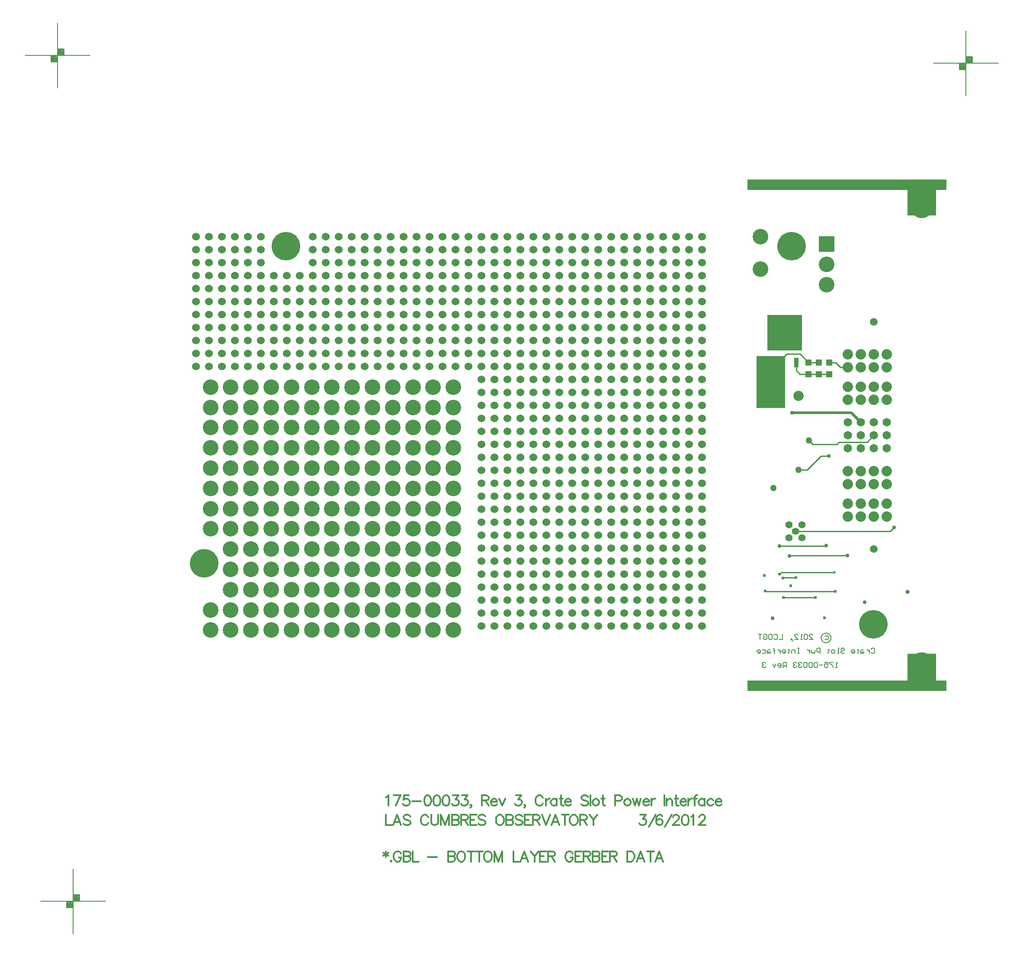
<source format=gbl>
%FSLAX23Y23*%
%MOIN*%
G70*
G01*
G75*
G04 Layer_Physical_Order=4*
G04 Layer_Color=16711680*
%ADD10R,0.036X0.036*%
%ADD11R,0.050X0.050*%
%ADD12R,0.070X0.135*%
%ADD13R,0.059X0.039*%
%ADD14O,0.014X0.067*%
%ADD15R,0.135X0.070*%
%ADD16O,0.024X0.079*%
%ADD17C,0.010*%
%ADD18C,0.020*%
%ADD19C,0.050*%
%ADD20C,0.040*%
%ADD21C,0.012*%
%ADD22R,1.537X0.079*%
%ADD23R,0.221X0.226*%
%ADD24R,0.221X0.236*%
%ADD25C,0.008*%
%ADD26C,0.012*%
%ADD27C,0.012*%
%ADD28C,0.220*%
%ADD29C,0.120*%
%ADD30C,0.060*%
%ADD31R,0.120X0.120*%
%ADD32C,0.055*%
%ADD33C,0.080*%
%ADD34C,0.065*%
%ADD35C,0.059*%
%ADD36C,0.079*%
%ADD37C,0.157*%
%ADD38C,0.020*%
%ADD39C,0.030*%
%ADD40C,0.050*%
%ADD41C,0.024*%
%ADD42C,0.032*%
%ADD43C,0.206*%
%ADD44C,0.110*%
%ADD45C,0.076*%
%ADD46C,0.073*%
%ADD47C,0.092*%
%ADD48C,0.190*%
%ADD49C,0.087*%
%ADD50C,0.055*%
%ADD51C,0.068*%
%ADD52R,0.268X0.272*%
%ADD53R,0.037X0.075*%
%ADD54C,0.007*%
%ADD55R,0.221X0.246*%
%ADD56R,0.221X0.217*%
G36*
X25105Y17503D02*
X25109Y17499D01*
X25108Y17498D01*
X24886D01*
Y17898D01*
X25105D01*
Y17503D01*
D02*
G37*
D11*
X25446Y17760D02*
D03*
Y17850D02*
D03*
X25286D02*
D03*
Y17760D02*
D03*
X25366Y17850D02*
D03*
Y17760D02*
D03*
D17*
X25063Y16435D02*
X25420D01*
X25424Y16439D01*
X25063Y16217D02*
X25079Y16233D01*
X25487D01*
X25505Y17219D02*
X25521Y17235D01*
X25320Y17219D02*
X25505D01*
X25291Y17248D02*
X25320Y17219D01*
X25089Y16190D02*
X25090Y16191D01*
X25191D01*
X25094Y16037D02*
X25339D01*
X25093Y16038D02*
X25094Y16037D01*
X24955Y16085D02*
X25492D01*
X24953Y16087D02*
X24955Y16085D01*
X25916Y16550D02*
X25945Y16579D01*
X25186Y16550D02*
X25916D01*
X25211Y17022D02*
X25276D01*
X25382Y17128D01*
X25443D01*
X25143Y16361D02*
X25585D01*
X25141Y16359D02*
X25143Y16361D01*
X25521Y17235D02*
X25738D01*
X25790Y17288D01*
X25192Y17788D02*
X25221Y17760D01*
X25192Y17788D02*
Y17848D01*
X25221Y17760D02*
X25286D01*
X25366D01*
X25446D01*
X25533Y17813D02*
X25590D01*
X25495Y17850D02*
X25533Y17813D01*
X25446Y17850D02*
X25495D01*
X25286D02*
X25366D01*
X25222Y17914D02*
X25286Y17850D01*
X25118Y17914D02*
X25222D01*
X25083Y17879D02*
X25118Y17914D01*
D18*
X25158Y17463D02*
X25615D01*
X25690Y17388D01*
D21*
X22029Y14083D02*
Y14037D01*
X22010Y14072D02*
X22048Y14049D01*
Y14072D02*
X22010Y14049D01*
X22069Y14011D02*
X22065Y14007D01*
X22069Y14003D01*
X22072Y14007D01*
X22069Y14011D01*
X22147Y14064D02*
X22143Y14072D01*
X22136Y14079D01*
X22128Y14083D01*
X22113D01*
X22105Y14079D01*
X22098Y14072D01*
X22094Y14064D01*
X22090Y14053D01*
Y14034D01*
X22094Y14022D01*
X22098Y14015D01*
X22105Y14007D01*
X22113Y14003D01*
X22128D01*
X22136Y14007D01*
X22143Y14015D01*
X22147Y14022D01*
Y14034D01*
X22128D02*
X22147D01*
X22165Y14083D02*
Y14003D01*
Y14083D02*
X22200D01*
X22211Y14079D01*
X22215Y14075D01*
X22219Y14068D01*
Y14060D01*
X22215Y14053D01*
X22211Y14049D01*
X22200Y14045D01*
X22165D02*
X22200D01*
X22211Y14041D01*
X22215Y14037D01*
X22219Y14030D01*
Y14018D01*
X22215Y14011D01*
X22211Y14007D01*
X22200Y14003D01*
X22165D01*
X22237Y14083D02*
Y14003D01*
X22282D01*
X22354Y14037D02*
X22422D01*
X22509Y14083D02*
Y14003D01*
Y14083D02*
X22543D01*
X22555Y14079D01*
X22558Y14075D01*
X22562Y14068D01*
Y14060D01*
X22558Y14053D01*
X22555Y14049D01*
X22543Y14045D01*
X22509D02*
X22543D01*
X22555Y14041D01*
X22558Y14037D01*
X22562Y14030D01*
Y14018D01*
X22558Y14011D01*
X22555Y14007D01*
X22543Y14003D01*
X22509D01*
X22603Y14083D02*
X22595Y14079D01*
X22588Y14072D01*
X22584Y14064D01*
X22580Y14053D01*
Y14034D01*
X22584Y14022D01*
X22588Y14015D01*
X22595Y14007D01*
X22603Y14003D01*
X22618D01*
X22626Y14007D01*
X22633Y14015D01*
X22637Y14022D01*
X22641Y14034D01*
Y14053D01*
X22637Y14064D01*
X22633Y14072D01*
X22626Y14079D01*
X22618Y14083D01*
X22603D01*
X22686D02*
Y14003D01*
X22660Y14083D02*
X22713D01*
X22749D02*
Y14003D01*
X22723Y14083D02*
X22776D01*
X22808D02*
X22801Y14079D01*
X22793Y14072D01*
X22789Y14064D01*
X22785Y14053D01*
Y14034D01*
X22789Y14022D01*
X22793Y14015D01*
X22801Y14007D01*
X22808Y14003D01*
X22823D01*
X22831Y14007D01*
X22839Y14015D01*
X22843Y14022D01*
X22846Y14034D01*
Y14053D01*
X22843Y14064D01*
X22839Y14072D01*
X22831Y14079D01*
X22823Y14083D01*
X22808D01*
X22865D02*
Y14003D01*
Y14083D02*
X22895Y14003D01*
X22926Y14083D02*
X22895Y14003D01*
X22926Y14083D02*
Y14003D01*
X23012Y14083D02*
Y14003D01*
X23057D01*
X23127D02*
X23097Y14083D01*
X23066Y14003D01*
X23078Y14030D02*
X23116D01*
X23146Y14083D02*
X23176Y14045D01*
Y14003D01*
X23207Y14083D02*
X23176Y14045D01*
X23266Y14083D02*
X23217D01*
Y14003D01*
X23266D01*
X23217Y14045D02*
X23247D01*
X23280Y14083D02*
Y14003D01*
Y14083D02*
X23314D01*
X23325Y14079D01*
X23329Y14075D01*
X23333Y14068D01*
Y14060D01*
X23329Y14053D01*
X23325Y14049D01*
X23314Y14045D01*
X23280D01*
X23306D02*
X23333Y14003D01*
X23471Y14064D02*
X23467Y14072D01*
X23460Y14079D01*
X23452Y14083D01*
X23437D01*
X23429Y14079D01*
X23421Y14072D01*
X23418Y14064D01*
X23414Y14053D01*
Y14034D01*
X23418Y14022D01*
X23421Y14015D01*
X23429Y14007D01*
X23437Y14003D01*
X23452D01*
X23460Y14007D01*
X23467Y14015D01*
X23471Y14022D01*
Y14034D01*
X23452D02*
X23471D01*
X23539Y14083D02*
X23489D01*
Y14003D01*
X23539D01*
X23489Y14045D02*
X23520D01*
X23552Y14083D02*
Y14003D01*
Y14083D02*
X23586D01*
X23598Y14079D01*
X23602Y14075D01*
X23605Y14068D01*
Y14060D01*
X23602Y14053D01*
X23598Y14049D01*
X23586Y14045D01*
X23552D01*
X23579D02*
X23605Y14003D01*
X23623Y14083D02*
Y14003D01*
Y14083D02*
X23658D01*
X23669Y14079D01*
X23673Y14075D01*
X23677Y14068D01*
Y14060D01*
X23673Y14053D01*
X23669Y14049D01*
X23658Y14045D01*
X23623D02*
X23658D01*
X23669Y14041D01*
X23673Y14037D01*
X23677Y14030D01*
Y14018D01*
X23673Y14011D01*
X23669Y14007D01*
X23658Y14003D01*
X23623D01*
X23744Y14083D02*
X23695D01*
Y14003D01*
X23744D01*
X23695Y14045D02*
X23725D01*
X23757Y14083D02*
Y14003D01*
Y14083D02*
X23792D01*
X23803Y14079D01*
X23807Y14075D01*
X23811Y14068D01*
Y14060D01*
X23807Y14053D01*
X23803Y14049D01*
X23792Y14045D01*
X23757D01*
X23784D02*
X23811Y14003D01*
X23891Y14083D02*
Y14003D01*
Y14083D02*
X23918D01*
X23930Y14079D01*
X23937Y14072D01*
X23941Y14064D01*
X23945Y14053D01*
Y14034D01*
X23941Y14022D01*
X23937Y14015D01*
X23930Y14007D01*
X23918Y14003D01*
X23891D01*
X24024D02*
X23993Y14083D01*
X23963Y14003D01*
X23974Y14030D02*
X24012D01*
X24069Y14083D02*
Y14003D01*
X24042Y14083D02*
X24096D01*
X24166Y14003D02*
X24136Y14083D01*
X24105Y14003D01*
X24117Y14030D02*
X24155D01*
D22*
X25582Y15358D02*
D03*
X25582Y19218D02*
D03*
D25*
X25459Y15727D02*
X25458Y15737D01*
X25454Y15746D01*
X25448Y15754D01*
X25440Y15760D01*
X25431Y15763D01*
X25422Y15765D01*
X25412Y15763D01*
X25403Y15760D01*
X25395Y15754D01*
X25389Y15746D01*
X25385Y15737D01*
X25384Y15727D01*
X25385Y15717D01*
X25389Y15708D01*
X25395Y15700D01*
X25403Y15695D01*
X25412Y15691D01*
X25422Y15689D01*
X25431Y15691D01*
X25440Y15695D01*
X25448Y15700D01*
X25454Y15708D01*
X25458Y15717D01*
X25459Y15727D01*
X19518Y20239D02*
X19528D01*
Y20234D02*
Y20244D01*
X19518Y20234D02*
X19528D01*
X19518D02*
Y20244D01*
X19528D01*
X19533Y20229D02*
Y20244D01*
X19513Y20229D02*
X19533D01*
X19513D02*
Y20249D01*
X19533D01*
X19538Y20224D02*
Y20249D01*
X19508Y20224D02*
X19538D01*
X19508D02*
Y20254D01*
X19538D01*
X19543Y20219D02*
Y20259D01*
X19503Y20219D02*
X19543D01*
X19503D02*
Y20259D01*
X19543D01*
X19468Y20189D02*
X19478D01*
Y20184D02*
Y20194D01*
X19468Y20184D02*
X19478D01*
X19468D02*
Y20194D01*
X19478D01*
X19483Y20179D02*
Y20194D01*
X19463Y20179D02*
X19483D01*
X19463D02*
Y20199D01*
X19483D01*
X19488Y20174D02*
Y20199D01*
X19458Y20174D02*
X19488D01*
X19458D02*
Y20204D01*
X19488D01*
X19493Y20169D02*
Y20209D01*
X19453Y20169D02*
X19493D01*
X19453D02*
Y20209D01*
X19493D01*
X19448Y20164D02*
X19498D01*
X19448D02*
Y20214D01*
X19498Y20264D02*
X19548D01*
Y20214D02*
Y20264D01*
X19498Y19964D02*
Y20464D01*
X19248Y20214D02*
X19748D01*
X19641Y13723D02*
X19651D01*
Y13718D02*
Y13728D01*
X19641Y13718D02*
X19651D01*
X19641D02*
Y13728D01*
X19651D01*
X19656Y13713D02*
Y13728D01*
X19636Y13713D02*
X19656D01*
X19636D02*
Y13733D01*
X19656D01*
X19661Y13708D02*
Y13733D01*
X19631Y13708D02*
X19661D01*
X19631D02*
Y13738D01*
X19661D01*
X19666Y13703D02*
Y13743D01*
X19626Y13703D02*
X19666D01*
X19626D02*
Y13743D01*
X19666D01*
X19591Y13673D02*
X19601D01*
Y13668D02*
Y13678D01*
X19591Y13668D02*
X19601D01*
X19591D02*
Y13678D01*
X19601D01*
X19606Y13663D02*
Y13678D01*
X19586Y13663D02*
X19606D01*
X19586D02*
Y13683D01*
X19606D01*
X19611Y13658D02*
Y13683D01*
X19581Y13658D02*
X19611D01*
X19581D02*
Y13688D01*
X19611D01*
X19616Y13653D02*
Y13693D01*
X19576Y13653D02*
X19616D01*
X19576D02*
Y13693D01*
X19616D01*
X19571Y13648D02*
X19621D01*
X19571D02*
Y13698D01*
X19621Y13748D02*
X19671D01*
Y13698D02*
Y13748D01*
X19621Y13448D02*
Y13948D01*
X19371Y13698D02*
X19871D01*
X26519Y20181D02*
X26529D01*
Y20176D02*
Y20186D01*
X26519Y20176D02*
X26529D01*
X26519D02*
Y20186D01*
X26529D01*
X26534Y20171D02*
Y20186D01*
X26514Y20171D02*
X26534D01*
X26514D02*
Y20191D01*
X26534D01*
X26539Y20166D02*
Y20191D01*
X26509Y20166D02*
X26539D01*
X26509D02*
Y20196D01*
X26539D01*
X26544Y20161D02*
Y20201D01*
X26504Y20161D02*
X26544D01*
X26504D02*
Y20201D01*
X26544D01*
X26469Y20131D02*
X26479D01*
Y20126D02*
Y20136D01*
X26469Y20126D02*
X26479D01*
X26469D02*
Y20136D01*
X26479D01*
X26484Y20121D02*
Y20136D01*
X26464Y20121D02*
X26484D01*
X26464D02*
Y20141D01*
X26484D01*
X26489Y20116D02*
Y20141D01*
X26459Y20116D02*
X26489D01*
X26459D02*
Y20146D01*
X26489D01*
X26494Y20111D02*
Y20151D01*
X26454Y20111D02*
X26494D01*
X26454D02*
Y20151D01*
X26494D01*
X26449Y20106D02*
X26499D01*
X26449D02*
Y20156D01*
X26499Y20206D02*
X26549D01*
Y20156D02*
Y20206D01*
X26499Y19906D02*
Y20406D01*
X26249Y20156D02*
X26749D01*
D26*
X22031Y14364D02*
Y14284D01*
X22077D01*
X22147D02*
X22116Y14364D01*
X22086Y14284D01*
X22097Y14310D02*
X22135D01*
X22219Y14352D02*
X22211Y14360D01*
X22200Y14364D01*
X22184D01*
X22173Y14360D01*
X22165Y14352D01*
Y14345D01*
X22169Y14337D01*
X22173Y14333D01*
X22181Y14329D01*
X22204Y14322D01*
X22211Y14318D01*
X22215Y14314D01*
X22219Y14307D01*
Y14295D01*
X22211Y14287D01*
X22200Y14284D01*
X22184D01*
X22173Y14287D01*
X22165Y14295D01*
X22357Y14345D02*
X22353Y14352D01*
X22345Y14360D01*
X22338Y14364D01*
X22322D01*
X22315Y14360D01*
X22307Y14352D01*
X22303Y14345D01*
X22299Y14333D01*
Y14314D01*
X22303Y14303D01*
X22307Y14295D01*
X22315Y14287D01*
X22322Y14284D01*
X22338D01*
X22345Y14287D01*
X22353Y14295D01*
X22357Y14303D01*
X22379Y14364D02*
Y14307D01*
X22383Y14295D01*
X22391Y14287D01*
X22402Y14284D01*
X22410D01*
X22421Y14287D01*
X22429Y14295D01*
X22432Y14307D01*
Y14364D01*
X22454D02*
Y14284D01*
Y14364D02*
X22485Y14284D01*
X22515Y14364D02*
X22485Y14284D01*
X22515Y14364D02*
Y14284D01*
X22538Y14364D02*
Y14284D01*
Y14364D02*
X22573D01*
X22584Y14360D01*
X22588Y14356D01*
X22592Y14348D01*
Y14341D01*
X22588Y14333D01*
X22584Y14329D01*
X22573Y14326D01*
X22538D02*
X22573D01*
X22584Y14322D01*
X22588Y14318D01*
X22592Y14310D01*
Y14299D01*
X22588Y14291D01*
X22584Y14287D01*
X22573Y14284D01*
X22538D01*
X22610Y14364D02*
Y14284D01*
Y14364D02*
X22644D01*
X22655Y14360D01*
X22659Y14356D01*
X22663Y14348D01*
Y14341D01*
X22659Y14333D01*
X22655Y14329D01*
X22644Y14326D01*
X22610D01*
X22636D02*
X22663Y14284D01*
X22730Y14364D02*
X22681D01*
Y14284D01*
X22730D01*
X22681Y14326D02*
X22711D01*
X22797Y14352D02*
X22789Y14360D01*
X22778Y14364D01*
X22763D01*
X22751Y14360D01*
X22744Y14352D01*
Y14345D01*
X22747Y14337D01*
X22751Y14333D01*
X22759Y14329D01*
X22782Y14322D01*
X22789Y14318D01*
X22793Y14314D01*
X22797Y14307D01*
Y14295D01*
X22789Y14287D01*
X22778Y14284D01*
X22763D01*
X22751Y14287D01*
X22744Y14295D01*
X22900Y14364D02*
X22893Y14360D01*
X22885Y14352D01*
X22881Y14345D01*
X22878Y14333D01*
Y14314D01*
X22881Y14303D01*
X22885Y14295D01*
X22893Y14287D01*
X22900Y14284D01*
X22916D01*
X22923Y14287D01*
X22931Y14295D01*
X22935Y14303D01*
X22939Y14314D01*
Y14333D01*
X22935Y14345D01*
X22931Y14352D01*
X22923Y14360D01*
X22916Y14364D01*
X22900D01*
X22957D02*
Y14284D01*
Y14364D02*
X22992D01*
X23003Y14360D01*
X23007Y14356D01*
X23011Y14348D01*
Y14341D01*
X23007Y14333D01*
X23003Y14329D01*
X22992Y14326D01*
X22957D02*
X22992D01*
X23003Y14322D01*
X23007Y14318D01*
X23011Y14310D01*
Y14299D01*
X23007Y14291D01*
X23003Y14287D01*
X22992Y14284D01*
X22957D01*
X23082Y14352D02*
X23074Y14360D01*
X23063Y14364D01*
X23048D01*
X23036Y14360D01*
X23028Y14352D01*
Y14345D01*
X23032Y14337D01*
X23036Y14333D01*
X23044Y14329D01*
X23067Y14322D01*
X23074Y14318D01*
X23078Y14314D01*
X23082Y14307D01*
Y14295D01*
X23074Y14287D01*
X23063Y14284D01*
X23048D01*
X23036Y14287D01*
X23028Y14295D01*
X23149Y14364D02*
X23100D01*
Y14284D01*
X23149D01*
X23100Y14326D02*
X23130D01*
X23163Y14364D02*
Y14284D01*
Y14364D02*
X23197D01*
X23208Y14360D01*
X23212Y14356D01*
X23216Y14348D01*
Y14341D01*
X23212Y14333D01*
X23208Y14329D01*
X23197Y14326D01*
X23163D01*
X23189D02*
X23216Y14284D01*
X23234Y14364D02*
X23264Y14284D01*
X23295Y14364D02*
X23264Y14284D01*
X23366D02*
X23335Y14364D01*
X23305Y14284D01*
X23316Y14310D02*
X23354D01*
X23411Y14364D02*
Y14284D01*
X23385Y14364D02*
X23438D01*
X23470D02*
X23463Y14360D01*
X23455Y14352D01*
X23451Y14345D01*
X23447Y14333D01*
Y14314D01*
X23451Y14303D01*
X23455Y14295D01*
X23463Y14287D01*
X23470Y14284D01*
X23486D01*
X23493Y14287D01*
X23501Y14295D01*
X23505Y14303D01*
X23508Y14314D01*
Y14333D01*
X23505Y14345D01*
X23501Y14352D01*
X23493Y14360D01*
X23486Y14364D01*
X23470D01*
X23527D02*
Y14284D01*
Y14364D02*
X23561D01*
X23573Y14360D01*
X23577Y14356D01*
X23580Y14348D01*
Y14341D01*
X23577Y14333D01*
X23573Y14329D01*
X23561Y14326D01*
X23527D01*
X23554D02*
X23580Y14284D01*
X23598Y14364D02*
X23629Y14326D01*
Y14284D01*
X23659Y14364D02*
X23629Y14326D01*
X23991Y14364D02*
X24033D01*
X24010Y14333D01*
X24022D01*
X24029Y14329D01*
X24033Y14326D01*
X24037Y14314D01*
Y14307D01*
X24033Y14295D01*
X24026Y14287D01*
X24014Y14284D01*
X24003D01*
X23991Y14287D01*
X23987Y14291D01*
X23984Y14299D01*
X24055Y14272D02*
X24108Y14364D01*
X24159Y14352D02*
X24155Y14360D01*
X24144Y14364D01*
X24136D01*
X24125Y14360D01*
X24117Y14348D01*
X24114Y14329D01*
Y14310D01*
X24117Y14295D01*
X24125Y14287D01*
X24136Y14284D01*
X24140D01*
X24152Y14287D01*
X24159Y14295D01*
X24163Y14307D01*
Y14310D01*
X24159Y14322D01*
X24152Y14329D01*
X24140Y14333D01*
X24136D01*
X24125Y14329D01*
X24117Y14322D01*
X24114Y14310D01*
X24181Y14272D02*
X24234Y14364D01*
X24243Y14345D02*
Y14348D01*
X24247Y14356D01*
X24251Y14360D01*
X24258Y14364D01*
X24274D01*
X24281Y14360D01*
X24285Y14356D01*
X24289Y14348D01*
Y14341D01*
X24285Y14333D01*
X24277Y14322D01*
X24239Y14284D01*
X24293D01*
X24333Y14364D02*
X24322Y14360D01*
X24314Y14348D01*
X24310Y14329D01*
Y14318D01*
X24314Y14299D01*
X24322Y14287D01*
X24333Y14284D01*
X24341D01*
X24352Y14287D01*
X24360Y14299D01*
X24364Y14318D01*
Y14329D01*
X24360Y14348D01*
X24352Y14360D01*
X24341Y14364D01*
X24333D01*
X24382Y14348D02*
X24389Y14352D01*
X24401Y14364D01*
Y14284D01*
X24444Y14345D02*
Y14348D01*
X24448Y14356D01*
X24452Y14360D01*
X24459Y14364D01*
X24475D01*
X24482Y14360D01*
X24486Y14356D01*
X24490Y14348D01*
Y14341D01*
X24486Y14333D01*
X24478Y14322D01*
X24440Y14284D01*
X24494D01*
D27*
X22031Y14498D02*
X22039Y14502D01*
X22050Y14514D01*
Y14434D01*
X22143Y14514D02*
X22105Y14434D01*
X22090Y14514D02*
X22143D01*
X22207D02*
X22169D01*
X22165Y14479D01*
X22169Y14483D01*
X22180Y14487D01*
X22192D01*
X22203Y14483D01*
X22211Y14476D01*
X22215Y14464D01*
Y14457D01*
X22211Y14445D01*
X22203Y14438D01*
X22192Y14434D01*
X22180D01*
X22169Y14438D01*
X22165Y14441D01*
X22161Y14449D01*
X22232Y14468D02*
X22301D01*
X22347Y14514D02*
X22336Y14510D01*
X22328Y14498D01*
X22325Y14479D01*
Y14468D01*
X22328Y14449D01*
X22336Y14438D01*
X22347Y14434D01*
X22355D01*
X22367Y14438D01*
X22374Y14449D01*
X22378Y14468D01*
Y14479D01*
X22374Y14498D01*
X22367Y14510D01*
X22355Y14514D01*
X22347D01*
X22419D02*
X22407Y14510D01*
X22400Y14498D01*
X22396Y14479D01*
Y14468D01*
X22400Y14449D01*
X22407Y14438D01*
X22419Y14434D01*
X22426D01*
X22438Y14438D01*
X22445Y14449D01*
X22449Y14468D01*
Y14479D01*
X22445Y14498D01*
X22438Y14510D01*
X22426Y14514D01*
X22419D01*
X22490D02*
X22478Y14510D01*
X22471Y14498D01*
X22467Y14479D01*
Y14468D01*
X22471Y14449D01*
X22478Y14438D01*
X22490Y14434D01*
X22498D01*
X22509Y14438D01*
X22517Y14449D01*
X22520Y14468D01*
Y14479D01*
X22517Y14498D01*
X22509Y14510D01*
X22498Y14514D01*
X22490D01*
X22546D02*
X22588D01*
X22565Y14483D01*
X22576D01*
X22584Y14479D01*
X22588Y14476D01*
X22592Y14464D01*
Y14457D01*
X22588Y14445D01*
X22580Y14438D01*
X22569Y14434D01*
X22557D01*
X22546Y14438D01*
X22542Y14441D01*
X22538Y14449D01*
X22617Y14514D02*
X22659D01*
X22636Y14483D01*
X22648D01*
X22655Y14479D01*
X22659Y14476D01*
X22663Y14464D01*
Y14457D01*
X22659Y14445D01*
X22651Y14438D01*
X22640Y14434D01*
X22629D01*
X22617Y14438D01*
X22613Y14441D01*
X22610Y14449D01*
X22688Y14438D02*
X22685Y14434D01*
X22681Y14438D01*
X22685Y14441D01*
X22688Y14438D01*
Y14430D01*
X22685Y14422D01*
X22681Y14418D01*
X22769Y14514D02*
Y14434D01*
Y14514D02*
X22803D01*
X22814Y14510D01*
X22818Y14506D01*
X22822Y14498D01*
Y14491D01*
X22818Y14483D01*
X22814Y14479D01*
X22803Y14476D01*
X22769D01*
X22795D02*
X22822Y14434D01*
X22840Y14464D02*
X22886D01*
Y14472D01*
X22882Y14479D01*
X22878Y14483D01*
X22870Y14487D01*
X22859D01*
X22851Y14483D01*
X22844Y14476D01*
X22840Y14464D01*
Y14457D01*
X22844Y14445D01*
X22851Y14438D01*
X22859Y14434D01*
X22870D01*
X22878Y14438D01*
X22886Y14445D01*
X22903Y14487D02*
X22926Y14434D01*
X22948Y14487D02*
X22926Y14434D01*
X23032Y14514D02*
X23074D01*
X23051Y14483D01*
X23062D01*
X23070Y14479D01*
X23074Y14476D01*
X23078Y14464D01*
Y14457D01*
X23074Y14445D01*
X23066Y14438D01*
X23055Y14434D01*
X23043D01*
X23032Y14438D01*
X23028Y14441D01*
X23024Y14449D01*
X23103Y14438D02*
X23099Y14434D01*
X23095Y14438D01*
X23099Y14441D01*
X23103Y14438D01*
Y14430D01*
X23099Y14422D01*
X23095Y14418D01*
X23241Y14495D02*
X23237Y14502D01*
X23229Y14510D01*
X23222Y14514D01*
X23206D01*
X23199Y14510D01*
X23191Y14502D01*
X23187Y14495D01*
X23183Y14483D01*
Y14464D01*
X23187Y14453D01*
X23191Y14445D01*
X23199Y14438D01*
X23206Y14434D01*
X23222D01*
X23229Y14438D01*
X23237Y14445D01*
X23241Y14453D01*
X23263Y14487D02*
Y14434D01*
Y14464D02*
X23267Y14476D01*
X23275Y14483D01*
X23282Y14487D01*
X23294D01*
X23346D02*
Y14434D01*
Y14476D02*
X23339Y14483D01*
X23331Y14487D01*
X23320D01*
X23312Y14483D01*
X23305Y14476D01*
X23301Y14464D01*
Y14457D01*
X23305Y14445D01*
X23312Y14438D01*
X23320Y14434D01*
X23331D01*
X23339Y14438D01*
X23346Y14445D01*
X23379Y14514D02*
Y14449D01*
X23383Y14438D01*
X23391Y14434D01*
X23398D01*
X23368Y14487D02*
X23394D01*
X23410Y14464D02*
X23455D01*
Y14472D01*
X23452Y14479D01*
X23448Y14483D01*
X23440Y14487D01*
X23429D01*
X23421Y14483D01*
X23414Y14476D01*
X23410Y14464D01*
Y14457D01*
X23414Y14445D01*
X23421Y14438D01*
X23429Y14434D01*
X23440D01*
X23448Y14438D01*
X23455Y14445D01*
X23589Y14502D02*
X23581Y14510D01*
X23570Y14514D01*
X23554D01*
X23543Y14510D01*
X23535Y14502D01*
Y14495D01*
X23539Y14487D01*
X23543Y14483D01*
X23551Y14479D01*
X23573Y14472D01*
X23581Y14468D01*
X23585Y14464D01*
X23589Y14457D01*
Y14445D01*
X23581Y14438D01*
X23570Y14434D01*
X23554D01*
X23543Y14438D01*
X23535Y14445D01*
X23607Y14514D02*
Y14434D01*
X23642Y14487D02*
X23635Y14483D01*
X23627Y14476D01*
X23623Y14464D01*
Y14457D01*
X23627Y14445D01*
X23635Y14438D01*
X23642Y14434D01*
X23654D01*
X23661Y14438D01*
X23669Y14445D01*
X23673Y14457D01*
Y14464D01*
X23669Y14476D01*
X23661Y14483D01*
X23654Y14487D01*
X23642D01*
X23702Y14514D02*
Y14449D01*
X23706Y14438D01*
X23713Y14434D01*
X23721D01*
X23690Y14487D02*
X23717D01*
X23795Y14472D02*
X23829D01*
X23841Y14476D01*
X23845Y14479D01*
X23848Y14487D01*
Y14498D01*
X23845Y14506D01*
X23841Y14510D01*
X23829Y14514D01*
X23795D01*
Y14434D01*
X23885Y14487D02*
X23878Y14483D01*
X23870Y14476D01*
X23866Y14464D01*
Y14457D01*
X23870Y14445D01*
X23878Y14438D01*
X23885Y14434D01*
X23897D01*
X23904Y14438D01*
X23912Y14445D01*
X23916Y14457D01*
Y14464D01*
X23912Y14476D01*
X23904Y14483D01*
X23897Y14487D01*
X23885D01*
X23933D02*
X23949Y14434D01*
X23964Y14487D02*
X23949Y14434D01*
X23964Y14487D02*
X23979Y14434D01*
X23994Y14487D02*
X23979Y14434D01*
X24013Y14464D02*
X24059D01*
Y14472D01*
X24055Y14479D01*
X24051Y14483D01*
X24043Y14487D01*
X24032D01*
X24024Y14483D01*
X24017Y14476D01*
X24013Y14464D01*
Y14457D01*
X24017Y14445D01*
X24024Y14438D01*
X24032Y14434D01*
X24043D01*
X24051Y14438D01*
X24059Y14445D01*
X24076Y14487D02*
Y14434D01*
Y14464D02*
X24080Y14476D01*
X24087Y14483D01*
X24095Y14487D01*
X24106D01*
X24176Y14514D02*
Y14434D01*
X24193Y14487D02*
Y14434D01*
Y14472D02*
X24205Y14483D01*
X24212Y14487D01*
X24224D01*
X24231Y14483D01*
X24235Y14472D01*
Y14434D01*
X24267Y14514D02*
Y14449D01*
X24271Y14438D01*
X24279Y14434D01*
X24286D01*
X24256Y14487D02*
X24283D01*
X24298Y14464D02*
X24344D01*
Y14472D01*
X24340Y14479D01*
X24336Y14483D01*
X24328Y14487D01*
X24317D01*
X24309Y14483D01*
X24302Y14476D01*
X24298Y14464D01*
Y14457D01*
X24302Y14445D01*
X24309Y14438D01*
X24317Y14434D01*
X24328D01*
X24336Y14438D01*
X24344Y14445D01*
X24361Y14487D02*
Y14434D01*
Y14464D02*
X24365Y14476D01*
X24372Y14483D01*
X24380Y14487D01*
X24391D01*
X24429Y14514D02*
X24421D01*
X24414Y14510D01*
X24410Y14498D01*
Y14434D01*
X24398Y14487D02*
X24425D01*
X24486D02*
Y14434D01*
Y14476D02*
X24478Y14483D01*
X24471Y14487D01*
X24459D01*
X24452Y14483D01*
X24444Y14476D01*
X24440Y14464D01*
Y14457D01*
X24444Y14445D01*
X24452Y14438D01*
X24459Y14434D01*
X24471D01*
X24478Y14438D01*
X24486Y14445D01*
X24553Y14476D02*
X24545Y14483D01*
X24538Y14487D01*
X24526D01*
X24519Y14483D01*
X24511Y14476D01*
X24507Y14464D01*
Y14457D01*
X24511Y14445D01*
X24519Y14438D01*
X24526Y14434D01*
X24538D01*
X24545Y14438D01*
X24553Y14445D01*
X24570Y14464D02*
X24616D01*
Y14472D01*
X24612Y14479D01*
X24608Y14483D01*
X24601Y14487D01*
X24589D01*
X24582Y14483D01*
X24574Y14476D01*
X24570Y14464D01*
Y14457D01*
X24574Y14445D01*
X24582Y14438D01*
X24589Y14434D01*
X24601D01*
X24608Y14438D01*
X24616Y14445D01*
D28*
X25787Y15831D02*
D03*
X20630Y16303D02*
D03*
X25157Y18744D02*
D03*
X21260D02*
D03*
D29*
X22550Y15943D02*
D03*
X22394D02*
D03*
X22238D02*
D03*
X22082D02*
D03*
X21926D02*
D03*
X21770D02*
D03*
X22550Y16099D02*
D03*
X22394D02*
D03*
X22238D02*
D03*
X22082D02*
D03*
X21926D02*
D03*
X21770D02*
D03*
X21614Y16723D02*
D03*
X21458D02*
D03*
X21302D02*
D03*
X21146D02*
D03*
X20990D02*
D03*
X20834D02*
D03*
Y16567D02*
D03*
X20990D02*
D03*
X21146D02*
D03*
X21302D02*
D03*
X21458D02*
D03*
X21614D02*
D03*
X20834Y16411D02*
D03*
X20990D02*
D03*
X21146D02*
D03*
X21302D02*
D03*
X21458D02*
D03*
X21614D02*
D03*
X20834Y16255D02*
D03*
X20990D02*
D03*
X21146D02*
D03*
X21302D02*
D03*
X21458D02*
D03*
X21614D02*
D03*
X20834Y16099D02*
D03*
X20990D02*
D03*
X21146D02*
D03*
X21302D02*
D03*
X21458D02*
D03*
X21614D02*
D03*
X20834Y15943D02*
D03*
X20990D02*
D03*
X21146D02*
D03*
X21302D02*
D03*
X21458D02*
D03*
X21614D02*
D03*
Y17659D02*
D03*
X21458D02*
D03*
X21302D02*
D03*
X21146D02*
D03*
X20990D02*
D03*
X20834D02*
D03*
Y17503D02*
D03*
X20990D02*
D03*
X21146D02*
D03*
X21302D02*
D03*
X21458D02*
D03*
X21614D02*
D03*
X20834Y17347D02*
D03*
X20990D02*
D03*
X21146D02*
D03*
X21302D02*
D03*
X21458D02*
D03*
X21614D02*
D03*
X20834Y17191D02*
D03*
X20990D02*
D03*
X21146D02*
D03*
X21302D02*
D03*
X21458D02*
D03*
X21614D02*
D03*
X20834Y17035D02*
D03*
X20990D02*
D03*
X21146D02*
D03*
X21302D02*
D03*
X21458D02*
D03*
X21614D02*
D03*
X20834Y16879D02*
D03*
X20990D02*
D03*
X21146D02*
D03*
X21302D02*
D03*
X21458D02*
D03*
X21614D02*
D03*
X22550Y17035D02*
D03*
X22394D02*
D03*
X22238D02*
D03*
X22082D02*
D03*
X21926D02*
D03*
X21770D02*
D03*
Y16879D02*
D03*
X21926D02*
D03*
X22082D02*
D03*
X22238D02*
D03*
X22394D02*
D03*
X22550D02*
D03*
X21770Y16723D02*
D03*
X21926D02*
D03*
X22082D02*
D03*
X22238D02*
D03*
X22394D02*
D03*
X22550D02*
D03*
X21770Y16567D02*
D03*
X21926D02*
D03*
X22082D02*
D03*
X22238D02*
D03*
X22394D02*
D03*
X22550D02*
D03*
X21770Y16411D02*
D03*
X21926D02*
D03*
X22082D02*
D03*
X22238D02*
D03*
X22394D02*
D03*
X22550D02*
D03*
X21770Y16255D02*
D03*
X21926D02*
D03*
X22082D02*
D03*
X22238D02*
D03*
X22394D02*
D03*
X22550D02*
D03*
Y17191D02*
D03*
X22394D02*
D03*
X22238D02*
D03*
X22082D02*
D03*
X21926D02*
D03*
X21770D02*
D03*
X22550Y17347D02*
D03*
X22394D02*
D03*
X22238D02*
D03*
X22082D02*
D03*
X21926D02*
D03*
X21770D02*
D03*
X22550Y17503D02*
D03*
X22394D02*
D03*
X22238D02*
D03*
X22082D02*
D03*
X21926D02*
D03*
X21770D02*
D03*
X22550Y17659D02*
D03*
X22394D02*
D03*
X22238D02*
D03*
X22082D02*
D03*
X21926D02*
D03*
X21770D02*
D03*
X21614Y15787D02*
D03*
X21458D02*
D03*
X21302D02*
D03*
X21146D02*
D03*
X20990D02*
D03*
X20834D02*
D03*
X21770D02*
D03*
X21926D02*
D03*
X22082D02*
D03*
X22238D02*
D03*
X22394D02*
D03*
X22550D02*
D03*
X20678Y16879D02*
D03*
Y17035D02*
D03*
Y17191D02*
D03*
Y17347D02*
D03*
Y17503D02*
D03*
Y17659D02*
D03*
Y16567D02*
D03*
Y16723D02*
D03*
Y15787D02*
D03*
Y15943D02*
D03*
X24916Y18569D02*
D03*
Y18819D02*
D03*
X25427Y18605D02*
D03*
Y18449D02*
D03*
D30*
X24466Y18819D02*
D03*
Y18719D02*
D03*
Y18619D02*
D03*
Y18519D02*
D03*
X24366Y18819D02*
D03*
Y18719D02*
D03*
Y18619D02*
D03*
Y18519D02*
D03*
X24266Y18819D02*
D03*
Y18719D02*
D03*
Y18619D02*
D03*
Y18519D02*
D03*
X24166Y18819D02*
D03*
Y18719D02*
D03*
Y18619D02*
D03*
Y18519D02*
D03*
X24066Y18819D02*
D03*
Y18719D02*
D03*
Y18619D02*
D03*
Y18519D02*
D03*
X23966D02*
D03*
Y18619D02*
D03*
Y18719D02*
D03*
Y18819D02*
D03*
X24466Y18319D02*
D03*
Y18219D02*
D03*
Y18119D02*
D03*
Y18019D02*
D03*
Y17919D02*
D03*
X24366Y18319D02*
D03*
Y18219D02*
D03*
Y18119D02*
D03*
Y18019D02*
D03*
Y17919D02*
D03*
X24266Y18319D02*
D03*
Y18219D02*
D03*
Y18119D02*
D03*
Y18019D02*
D03*
Y17919D02*
D03*
X24166Y18319D02*
D03*
Y18219D02*
D03*
Y18119D02*
D03*
Y18019D02*
D03*
Y17919D02*
D03*
X24066Y18319D02*
D03*
Y18219D02*
D03*
Y18119D02*
D03*
Y18019D02*
D03*
Y17919D02*
D03*
X23966D02*
D03*
Y18019D02*
D03*
Y18119D02*
D03*
Y18219D02*
D03*
Y18319D02*
D03*
X24466Y18419D02*
D03*
X24366D02*
D03*
X24266D02*
D03*
X24166D02*
D03*
X24066D02*
D03*
X23966D02*
D03*
X23366D02*
D03*
X23466D02*
D03*
X23566D02*
D03*
X23666D02*
D03*
X23766D02*
D03*
X23866D02*
D03*
X23366Y18319D02*
D03*
Y18219D02*
D03*
Y18119D02*
D03*
Y18019D02*
D03*
Y17919D02*
D03*
X23466D02*
D03*
Y18019D02*
D03*
Y18119D02*
D03*
Y18219D02*
D03*
Y18319D02*
D03*
X23566Y17919D02*
D03*
Y18019D02*
D03*
Y18119D02*
D03*
Y18219D02*
D03*
Y18319D02*
D03*
X23666Y17919D02*
D03*
Y18019D02*
D03*
Y18119D02*
D03*
Y18219D02*
D03*
Y18319D02*
D03*
X23766Y17919D02*
D03*
Y18019D02*
D03*
Y18119D02*
D03*
Y18219D02*
D03*
Y18319D02*
D03*
X23866Y17919D02*
D03*
Y18019D02*
D03*
Y18119D02*
D03*
Y18219D02*
D03*
Y18319D02*
D03*
X23366Y18819D02*
D03*
Y18719D02*
D03*
Y18619D02*
D03*
Y18519D02*
D03*
X23466D02*
D03*
Y18619D02*
D03*
Y18719D02*
D03*
Y18819D02*
D03*
X23566Y18519D02*
D03*
Y18619D02*
D03*
Y18719D02*
D03*
Y18819D02*
D03*
X23666Y18519D02*
D03*
Y18619D02*
D03*
Y18719D02*
D03*
Y18819D02*
D03*
X23766Y18519D02*
D03*
Y18619D02*
D03*
Y18719D02*
D03*
Y18819D02*
D03*
X23866Y18519D02*
D03*
Y18619D02*
D03*
Y18719D02*
D03*
Y18819D02*
D03*
X22766Y18419D02*
D03*
X22866D02*
D03*
X22966D02*
D03*
X23066D02*
D03*
X23166D02*
D03*
X23266D02*
D03*
X22766Y18319D02*
D03*
Y18219D02*
D03*
Y18119D02*
D03*
Y18019D02*
D03*
Y17919D02*
D03*
X22866D02*
D03*
Y18019D02*
D03*
Y18119D02*
D03*
Y18219D02*
D03*
Y18319D02*
D03*
X22966Y17919D02*
D03*
Y18019D02*
D03*
Y18119D02*
D03*
Y18219D02*
D03*
Y18319D02*
D03*
X23066Y17919D02*
D03*
Y18019D02*
D03*
Y18119D02*
D03*
Y18219D02*
D03*
Y18319D02*
D03*
X23166Y17919D02*
D03*
Y18019D02*
D03*
Y18119D02*
D03*
Y18219D02*
D03*
Y18319D02*
D03*
X23266Y17919D02*
D03*
Y18019D02*
D03*
Y18119D02*
D03*
Y18219D02*
D03*
Y18319D02*
D03*
X22766Y18819D02*
D03*
Y18719D02*
D03*
Y18619D02*
D03*
Y18519D02*
D03*
X22866D02*
D03*
Y18619D02*
D03*
Y18719D02*
D03*
Y18819D02*
D03*
X22966Y18519D02*
D03*
Y18619D02*
D03*
Y18719D02*
D03*
Y18819D02*
D03*
X23066Y18519D02*
D03*
Y18619D02*
D03*
Y18719D02*
D03*
Y18819D02*
D03*
X23166Y18519D02*
D03*
Y18619D02*
D03*
Y18719D02*
D03*
Y18819D02*
D03*
X23266Y18519D02*
D03*
Y18619D02*
D03*
Y18719D02*
D03*
Y18819D02*
D03*
X22166Y18419D02*
D03*
X22266D02*
D03*
X22366D02*
D03*
X22466D02*
D03*
X22566D02*
D03*
X22666D02*
D03*
X22166Y18319D02*
D03*
Y18219D02*
D03*
Y18119D02*
D03*
Y18019D02*
D03*
Y17919D02*
D03*
X22266D02*
D03*
Y18019D02*
D03*
Y18119D02*
D03*
Y18219D02*
D03*
Y18319D02*
D03*
X22366Y17919D02*
D03*
Y18019D02*
D03*
Y18119D02*
D03*
Y18219D02*
D03*
Y18319D02*
D03*
X22466Y17919D02*
D03*
Y18019D02*
D03*
Y18119D02*
D03*
Y18219D02*
D03*
Y18319D02*
D03*
X22566Y17919D02*
D03*
Y18019D02*
D03*
Y18119D02*
D03*
Y18219D02*
D03*
Y18319D02*
D03*
X22666Y17919D02*
D03*
Y18019D02*
D03*
Y18119D02*
D03*
Y18219D02*
D03*
Y18319D02*
D03*
X22166Y18819D02*
D03*
Y18719D02*
D03*
Y18619D02*
D03*
Y18519D02*
D03*
X22266D02*
D03*
Y18619D02*
D03*
Y18719D02*
D03*
Y18819D02*
D03*
X22366Y18519D02*
D03*
Y18619D02*
D03*
Y18719D02*
D03*
Y18819D02*
D03*
X22466Y18519D02*
D03*
Y18619D02*
D03*
Y18719D02*
D03*
Y18819D02*
D03*
X22566Y18519D02*
D03*
Y18619D02*
D03*
Y18719D02*
D03*
Y18819D02*
D03*
X22666Y18519D02*
D03*
Y18619D02*
D03*
Y18719D02*
D03*
Y18819D02*
D03*
Y17819D02*
D03*
X22566D02*
D03*
X22466D02*
D03*
X22366D02*
D03*
X22266D02*
D03*
X22166D02*
D03*
X23266D02*
D03*
X23166D02*
D03*
X23066D02*
D03*
X22966D02*
D03*
X22866D02*
D03*
X22766D02*
D03*
X23866D02*
D03*
X23766D02*
D03*
X23666D02*
D03*
X23566D02*
D03*
X23466D02*
D03*
X23366D02*
D03*
X23966D02*
D03*
X24066D02*
D03*
X24166D02*
D03*
X24266D02*
D03*
X24366D02*
D03*
X24466D02*
D03*
Y16519D02*
D03*
X24366D02*
D03*
X24266D02*
D03*
X24166D02*
D03*
X24066D02*
D03*
X23966D02*
D03*
X23366D02*
D03*
X23466D02*
D03*
X23566D02*
D03*
X23666D02*
D03*
X23766D02*
D03*
X23866D02*
D03*
X22766D02*
D03*
X22866D02*
D03*
X22966D02*
D03*
X23066D02*
D03*
X23166D02*
D03*
X23266D02*
D03*
Y17619D02*
D03*
Y17519D02*
D03*
Y17419D02*
D03*
Y17319D02*
D03*
Y17219D02*
D03*
X23166Y17619D02*
D03*
Y17519D02*
D03*
Y17419D02*
D03*
Y17319D02*
D03*
Y17219D02*
D03*
X23066Y17619D02*
D03*
Y17519D02*
D03*
Y17419D02*
D03*
Y17319D02*
D03*
Y17219D02*
D03*
X22966Y17619D02*
D03*
Y17519D02*
D03*
Y17419D02*
D03*
Y17319D02*
D03*
Y17219D02*
D03*
X22866Y17619D02*
D03*
Y17519D02*
D03*
Y17419D02*
D03*
Y17319D02*
D03*
Y17219D02*
D03*
X22766D02*
D03*
Y17319D02*
D03*
Y17419D02*
D03*
Y17519D02*
D03*
Y17619D02*
D03*
X23266Y17719D02*
D03*
X23166D02*
D03*
X23066D02*
D03*
X22966D02*
D03*
X22866D02*
D03*
X22766D02*
D03*
X23266Y17019D02*
D03*
Y16919D02*
D03*
Y16819D02*
D03*
Y16719D02*
D03*
Y16619D02*
D03*
X23166Y17019D02*
D03*
Y16919D02*
D03*
Y16819D02*
D03*
Y16719D02*
D03*
Y16619D02*
D03*
X23066Y17019D02*
D03*
Y16919D02*
D03*
Y16819D02*
D03*
Y16719D02*
D03*
Y16619D02*
D03*
X22966Y17019D02*
D03*
Y16919D02*
D03*
Y16819D02*
D03*
Y16719D02*
D03*
Y16619D02*
D03*
X22866Y17019D02*
D03*
Y16919D02*
D03*
Y16819D02*
D03*
Y16719D02*
D03*
Y16619D02*
D03*
X22766D02*
D03*
Y16719D02*
D03*
Y16819D02*
D03*
Y16919D02*
D03*
Y17019D02*
D03*
X23266Y17119D02*
D03*
X23166D02*
D03*
X23066D02*
D03*
X22966D02*
D03*
X22866D02*
D03*
X22766D02*
D03*
X23866Y17619D02*
D03*
Y17519D02*
D03*
Y17419D02*
D03*
Y17319D02*
D03*
Y17219D02*
D03*
X23766Y17619D02*
D03*
Y17519D02*
D03*
Y17419D02*
D03*
Y17319D02*
D03*
Y17219D02*
D03*
X23666Y17619D02*
D03*
Y17519D02*
D03*
Y17419D02*
D03*
Y17319D02*
D03*
Y17219D02*
D03*
X23566Y17619D02*
D03*
Y17519D02*
D03*
Y17419D02*
D03*
Y17319D02*
D03*
Y17219D02*
D03*
X23466Y17619D02*
D03*
Y17519D02*
D03*
Y17419D02*
D03*
Y17319D02*
D03*
Y17219D02*
D03*
X23366D02*
D03*
Y17319D02*
D03*
Y17419D02*
D03*
Y17519D02*
D03*
Y17619D02*
D03*
X23866Y17719D02*
D03*
X23766D02*
D03*
X23666D02*
D03*
X23566D02*
D03*
X23466D02*
D03*
X23366D02*
D03*
X23866Y17019D02*
D03*
Y16919D02*
D03*
Y16819D02*
D03*
Y16719D02*
D03*
Y16619D02*
D03*
X23766Y17019D02*
D03*
Y16919D02*
D03*
Y16819D02*
D03*
Y16719D02*
D03*
Y16619D02*
D03*
X23666Y17019D02*
D03*
Y16919D02*
D03*
Y16819D02*
D03*
Y16719D02*
D03*
Y16619D02*
D03*
X23566Y17019D02*
D03*
Y16919D02*
D03*
Y16819D02*
D03*
Y16719D02*
D03*
Y16619D02*
D03*
X23466Y17019D02*
D03*
Y16919D02*
D03*
Y16819D02*
D03*
Y16719D02*
D03*
Y16619D02*
D03*
X23366D02*
D03*
Y16719D02*
D03*
Y16819D02*
D03*
Y16919D02*
D03*
Y17019D02*
D03*
X23866Y17119D02*
D03*
X23766D02*
D03*
X23666D02*
D03*
X23566D02*
D03*
X23466D02*
D03*
X23366D02*
D03*
X23966D02*
D03*
X24066D02*
D03*
X24166D02*
D03*
X24266D02*
D03*
X24366D02*
D03*
X24466D02*
D03*
X23966Y17019D02*
D03*
Y16919D02*
D03*
Y16819D02*
D03*
Y16719D02*
D03*
Y16619D02*
D03*
X24066D02*
D03*
Y16719D02*
D03*
Y16819D02*
D03*
Y16919D02*
D03*
Y17019D02*
D03*
X24166Y16619D02*
D03*
Y16719D02*
D03*
Y16819D02*
D03*
Y16919D02*
D03*
Y17019D02*
D03*
X24266Y16619D02*
D03*
Y16719D02*
D03*
Y16819D02*
D03*
Y16919D02*
D03*
Y17019D02*
D03*
X24366Y16619D02*
D03*
Y16719D02*
D03*
Y16819D02*
D03*
Y16919D02*
D03*
Y17019D02*
D03*
X24466Y16619D02*
D03*
Y16719D02*
D03*
Y16819D02*
D03*
Y16919D02*
D03*
Y17019D02*
D03*
X23966Y17719D02*
D03*
X24066D02*
D03*
X24166D02*
D03*
X24266D02*
D03*
X24366D02*
D03*
X24466D02*
D03*
X23966Y17619D02*
D03*
Y17519D02*
D03*
Y17419D02*
D03*
Y17319D02*
D03*
Y17219D02*
D03*
X24066D02*
D03*
Y17319D02*
D03*
Y17419D02*
D03*
Y17519D02*
D03*
Y17619D02*
D03*
X24166Y17219D02*
D03*
Y17319D02*
D03*
Y17419D02*
D03*
Y17519D02*
D03*
Y17619D02*
D03*
X24266Y17219D02*
D03*
Y17319D02*
D03*
Y17419D02*
D03*
Y17519D02*
D03*
Y17619D02*
D03*
X24366Y17219D02*
D03*
Y17319D02*
D03*
Y17419D02*
D03*
Y17519D02*
D03*
Y17619D02*
D03*
X24466Y17219D02*
D03*
Y17319D02*
D03*
Y17419D02*
D03*
Y17519D02*
D03*
Y17619D02*
D03*
X23266Y16319D02*
D03*
Y16219D02*
D03*
Y16119D02*
D03*
Y16019D02*
D03*
Y15919D02*
D03*
X23166Y16319D02*
D03*
Y16219D02*
D03*
Y16119D02*
D03*
Y16019D02*
D03*
Y15919D02*
D03*
X23066Y16319D02*
D03*
Y16219D02*
D03*
Y16119D02*
D03*
Y16019D02*
D03*
Y15919D02*
D03*
X22966Y16319D02*
D03*
Y16219D02*
D03*
Y16119D02*
D03*
Y16019D02*
D03*
Y15919D02*
D03*
X22866Y16319D02*
D03*
Y16219D02*
D03*
Y16119D02*
D03*
Y16019D02*
D03*
Y15919D02*
D03*
X22766D02*
D03*
Y16019D02*
D03*
Y16119D02*
D03*
Y16219D02*
D03*
Y16319D02*
D03*
X23266Y16419D02*
D03*
X23166D02*
D03*
X23066D02*
D03*
X22966D02*
D03*
X22866D02*
D03*
X22766D02*
D03*
X23266Y15819D02*
D03*
X23166D02*
D03*
X23066D02*
D03*
X22966D02*
D03*
X22866D02*
D03*
X22766D02*
D03*
X23866Y16319D02*
D03*
Y16219D02*
D03*
Y16119D02*
D03*
Y16019D02*
D03*
Y15919D02*
D03*
X23766Y16319D02*
D03*
Y16219D02*
D03*
Y16119D02*
D03*
Y16019D02*
D03*
Y15919D02*
D03*
X23666Y16319D02*
D03*
Y16219D02*
D03*
Y16119D02*
D03*
Y16019D02*
D03*
Y15919D02*
D03*
X23566Y16319D02*
D03*
Y16219D02*
D03*
Y16119D02*
D03*
Y16019D02*
D03*
Y15919D02*
D03*
X23466Y16319D02*
D03*
Y16219D02*
D03*
Y16119D02*
D03*
Y16019D02*
D03*
Y15919D02*
D03*
X23366D02*
D03*
Y16019D02*
D03*
Y16119D02*
D03*
Y16219D02*
D03*
Y16319D02*
D03*
X23866Y16419D02*
D03*
X23766D02*
D03*
X23666D02*
D03*
X23566D02*
D03*
X23466D02*
D03*
X23366D02*
D03*
X23866Y15819D02*
D03*
X23766D02*
D03*
X23666D02*
D03*
X23566D02*
D03*
X23466D02*
D03*
X23366D02*
D03*
X23966D02*
D03*
X24066D02*
D03*
X24166D02*
D03*
X24266D02*
D03*
X24366D02*
D03*
X24466D02*
D03*
X23966Y16419D02*
D03*
X24066D02*
D03*
X24166D02*
D03*
X24266D02*
D03*
X24366D02*
D03*
X24466D02*
D03*
X23966Y16319D02*
D03*
Y16219D02*
D03*
Y16119D02*
D03*
Y16019D02*
D03*
Y15919D02*
D03*
X24066D02*
D03*
Y16019D02*
D03*
Y16119D02*
D03*
Y16219D02*
D03*
Y16319D02*
D03*
X24166Y15919D02*
D03*
Y16019D02*
D03*
Y16119D02*
D03*
Y16219D02*
D03*
Y16319D02*
D03*
X24266Y15919D02*
D03*
Y16019D02*
D03*
Y16119D02*
D03*
Y16219D02*
D03*
Y16319D02*
D03*
X24366Y15919D02*
D03*
Y16019D02*
D03*
Y16119D02*
D03*
Y16219D02*
D03*
Y16319D02*
D03*
X24466Y15919D02*
D03*
Y16019D02*
D03*
Y16119D02*
D03*
Y16219D02*
D03*
Y16319D02*
D03*
X22066Y17819D02*
D03*
X21966D02*
D03*
X21866D02*
D03*
X21766D02*
D03*
X21666D02*
D03*
X21566D02*
D03*
X20966D02*
D03*
X21066D02*
D03*
X21166D02*
D03*
X21266D02*
D03*
X21366D02*
D03*
X21466D02*
D03*
X20566D02*
D03*
X20666D02*
D03*
X20766D02*
D03*
X20866D02*
D03*
Y18819D02*
D03*
Y18719D02*
D03*
Y18619D02*
D03*
Y18519D02*
D03*
X20766Y18819D02*
D03*
Y18719D02*
D03*
Y18619D02*
D03*
Y18519D02*
D03*
X20666Y18819D02*
D03*
Y18719D02*
D03*
Y18619D02*
D03*
Y18519D02*
D03*
X20566Y18819D02*
D03*
Y18719D02*
D03*
Y18619D02*
D03*
Y18519D02*
D03*
X20866Y18319D02*
D03*
Y18219D02*
D03*
Y18119D02*
D03*
Y18019D02*
D03*
Y17919D02*
D03*
X20766Y18319D02*
D03*
Y18219D02*
D03*
Y18119D02*
D03*
Y18019D02*
D03*
Y17919D02*
D03*
X20666Y18319D02*
D03*
Y18219D02*
D03*
Y18119D02*
D03*
Y18019D02*
D03*
Y17919D02*
D03*
X20566Y18319D02*
D03*
Y18219D02*
D03*
Y18119D02*
D03*
Y18019D02*
D03*
Y17919D02*
D03*
X20866Y18419D02*
D03*
X20766D02*
D03*
X20666D02*
D03*
X20566D02*
D03*
X21466Y18819D02*
D03*
Y18719D02*
D03*
Y18619D02*
D03*
Y18519D02*
D03*
X21366D02*
D03*
X21266D02*
D03*
X21166D02*
D03*
X21066Y18819D02*
D03*
Y18719D02*
D03*
Y18619D02*
D03*
Y18519D02*
D03*
X20966D02*
D03*
Y18619D02*
D03*
Y18719D02*
D03*
Y18819D02*
D03*
X21466Y18319D02*
D03*
Y18219D02*
D03*
Y18119D02*
D03*
Y18019D02*
D03*
Y17919D02*
D03*
X21366Y18319D02*
D03*
Y18219D02*
D03*
Y18119D02*
D03*
Y18019D02*
D03*
Y17919D02*
D03*
X21266Y18319D02*
D03*
Y18219D02*
D03*
Y18119D02*
D03*
Y18019D02*
D03*
Y17919D02*
D03*
X21166Y18319D02*
D03*
Y18219D02*
D03*
Y18119D02*
D03*
Y18019D02*
D03*
Y17919D02*
D03*
X21066Y18319D02*
D03*
Y18219D02*
D03*
Y18119D02*
D03*
Y18019D02*
D03*
Y17919D02*
D03*
X20966D02*
D03*
Y18019D02*
D03*
Y18119D02*
D03*
Y18219D02*
D03*
Y18319D02*
D03*
X21466Y18419D02*
D03*
X21366D02*
D03*
X21266D02*
D03*
X21166D02*
D03*
X21066D02*
D03*
X20966D02*
D03*
X21566D02*
D03*
X21666D02*
D03*
X21766D02*
D03*
X21866D02*
D03*
X21966D02*
D03*
X22066D02*
D03*
X21566Y18319D02*
D03*
Y18219D02*
D03*
Y18119D02*
D03*
Y18019D02*
D03*
Y17919D02*
D03*
X21666D02*
D03*
Y18019D02*
D03*
Y18119D02*
D03*
Y18219D02*
D03*
Y18319D02*
D03*
X21766Y17919D02*
D03*
Y18019D02*
D03*
Y18119D02*
D03*
Y18219D02*
D03*
Y18319D02*
D03*
X21866Y17919D02*
D03*
Y18019D02*
D03*
Y18119D02*
D03*
Y18219D02*
D03*
Y18319D02*
D03*
X21966Y17919D02*
D03*
Y18019D02*
D03*
Y18119D02*
D03*
Y18219D02*
D03*
Y18319D02*
D03*
X22066Y17919D02*
D03*
Y18019D02*
D03*
Y18119D02*
D03*
Y18219D02*
D03*
Y18319D02*
D03*
X21566Y18819D02*
D03*
Y18719D02*
D03*
Y18619D02*
D03*
Y18519D02*
D03*
X21666D02*
D03*
Y18619D02*
D03*
Y18719D02*
D03*
Y18819D02*
D03*
X21766Y18519D02*
D03*
Y18619D02*
D03*
Y18719D02*
D03*
Y18819D02*
D03*
X21866Y18519D02*
D03*
Y18619D02*
D03*
Y18719D02*
D03*
Y18819D02*
D03*
X21966Y18519D02*
D03*
Y18619D02*
D03*
Y18719D02*
D03*
Y18819D02*
D03*
X22066Y18519D02*
D03*
Y18619D02*
D03*
Y18719D02*
D03*
Y18819D02*
D03*
D31*
X25427Y18761D02*
D03*
D32*
X25186Y16550D02*
D03*
X25236Y16600D02*
D03*
X25136D02*
D03*
Y16500D02*
D03*
X25236D02*
D03*
D33*
X25890Y17013D02*
D03*
X25790D02*
D03*
X25690D02*
D03*
X25590D02*
D03*
Y16913D02*
D03*
X25690D02*
D03*
X25790D02*
D03*
X25890D02*
D03*
X25590Y16763D02*
D03*
X25690D02*
D03*
X25790D02*
D03*
X25890D02*
D03*
X25590Y16663D02*
D03*
X25690D02*
D03*
X25790D02*
D03*
X25890D02*
D03*
Y17563D02*
D03*
X25790D02*
D03*
X25690D02*
D03*
X25590D02*
D03*
X25890Y17663D02*
D03*
X25790D02*
D03*
X25690D02*
D03*
X25590D02*
D03*
X25890Y17813D02*
D03*
X25790D02*
D03*
X25690D02*
D03*
X25590D02*
D03*
Y17913D02*
D03*
X25690D02*
D03*
X25790D02*
D03*
X25890D02*
D03*
D34*
X25590Y17388D02*
D03*
X25690D02*
D03*
X25790D02*
D03*
X25890D02*
D03*
X25590Y17288D02*
D03*
X25690D02*
D03*
X25790D02*
D03*
X25890D02*
D03*
X25590Y17188D02*
D03*
X25690D02*
D03*
X25790D02*
D03*
X25890D02*
D03*
D35*
X25790Y18163D02*
D03*
Y16413D02*
D03*
D36*
X25209Y17593D02*
D03*
X25009D02*
D03*
D37*
X26161Y19038D02*
D03*
Y15538D02*
D03*
D38*
X25181Y18157D02*
D03*
X25122D02*
D03*
X25063D02*
D03*
X25004D02*
D03*
X25024Y18098D02*
D03*
X25083D02*
D03*
X25142D02*
D03*
X25201D02*
D03*
X25181Y18039D02*
D03*
X25122D02*
D03*
X25063D02*
D03*
X25004D02*
D03*
X25024Y17980D02*
D03*
X25083D02*
D03*
X25142D02*
D03*
X25201D02*
D03*
X25487Y16233D02*
D03*
D39*
X25158Y17463D02*
D03*
X25009Y15879D02*
D03*
X25063Y16435D02*
D03*
X25424Y16439D02*
D03*
X25945Y16579D02*
D03*
X25721Y16003D02*
D03*
X25443Y17128D02*
D03*
X25585Y16361D02*
D03*
X25141Y16359D02*
D03*
D40*
X25291Y17248D02*
D03*
X25211Y17022D02*
D03*
X25016Y16882D02*
D03*
D41*
X25089Y16190D02*
D03*
X25149Y16130D02*
D03*
X25191Y16191D02*
D03*
X25339Y16037D02*
D03*
X25093Y16038D02*
D03*
X25409Y15883D02*
D03*
X25063Y16217D02*
D03*
X25492Y16085D02*
D03*
X24953Y16087D02*
D03*
X24947Y16209D02*
D03*
D42*
X26051Y16083D02*
D03*
D52*
X25103Y18078D02*
D03*
D53*
X25013Y17848D02*
D03*
X25192D02*
D03*
D54*
X25508Y15500D02*
X25495D01*
X25502D01*
Y15540D01*
X25508Y15533D01*
X25475Y15540D02*
X25448D01*
Y15533D01*
X25475Y15507D01*
Y15500D01*
X25408Y15540D02*
X25435D01*
Y15520D01*
X25422Y15527D01*
X25415D01*
X25408Y15520D01*
Y15507D01*
X25415Y15500D01*
X25428D01*
X25435Y15507D01*
X25395Y15520D02*
X25368D01*
X25355Y15533D02*
X25348Y15540D01*
X25335D01*
X25328Y15533D01*
Y15507D01*
X25335Y15500D01*
X25348D01*
X25355Y15507D01*
Y15533D01*
X25315D02*
X25308Y15540D01*
X25295D01*
X25288Y15533D01*
Y15507D01*
X25295Y15500D01*
X25308D01*
X25315Y15507D01*
Y15533D01*
X25275D02*
X25268Y15540D01*
X25255D01*
X25248Y15533D01*
Y15507D01*
X25255Y15500D01*
X25268D01*
X25275Y15507D01*
Y15533D01*
X25235D02*
X25228Y15540D01*
X25215D01*
X25208Y15533D01*
Y15527D01*
X25215Y15520D01*
X25222D01*
X25215D01*
X25208Y15513D01*
Y15507D01*
X25215Y15500D01*
X25228D01*
X25235Y15507D01*
X25195Y15533D02*
X25188Y15540D01*
X25175D01*
X25168Y15533D01*
Y15527D01*
X25175Y15520D01*
X25182D01*
X25175D01*
X25168Y15513D01*
Y15507D01*
X25175Y15500D01*
X25188D01*
X25195Y15507D01*
X25115Y15500D02*
Y15540D01*
X25095D01*
X25088Y15533D01*
Y15520D01*
X25095Y15513D01*
X25115D01*
X25102D02*
X25088Y15500D01*
X25055D02*
X25068D01*
X25075Y15507D01*
Y15520D01*
X25068Y15527D01*
X25055D01*
X25048Y15520D01*
Y15513D01*
X25075D01*
X25035Y15527D02*
X25022Y15500D01*
X25008Y15527D01*
X24955Y15533D02*
X24948Y15540D01*
X24935D01*
X24929Y15533D01*
Y15527D01*
X24935Y15520D01*
X24942D01*
X24935D01*
X24929Y15513D01*
Y15507D01*
X24935Y15500D01*
X24948D01*
X24955Y15507D01*
X25770Y15640D02*
X25776Y15647D01*
X25790D01*
X25796Y15640D01*
Y15614D01*
X25790Y15607D01*
X25776D01*
X25770Y15614D01*
X25756Y15634D02*
Y15607D01*
Y15620D01*
X25750Y15627D01*
X25743Y15634D01*
X25736D01*
X25710D02*
X25696D01*
X25690Y15627D01*
Y15607D01*
X25710D01*
X25716Y15614D01*
X25710Y15620D01*
X25690D01*
X25670Y15640D02*
Y15634D01*
X25676D01*
X25663D01*
X25670D01*
Y15614D01*
X25663Y15607D01*
X25623D02*
X25636D01*
X25643Y15614D01*
Y15627D01*
X25636Y15634D01*
X25623D01*
X25616Y15627D01*
Y15620D01*
X25643D01*
X25536Y15640D02*
X25543Y15647D01*
X25556D01*
X25563Y15640D01*
Y15634D01*
X25556Y15627D01*
X25543D01*
X25536Y15620D01*
Y15614D01*
X25543Y15607D01*
X25556D01*
X25563Y15614D01*
X25523Y15607D02*
X25510D01*
X25516D01*
Y15647D01*
X25523D01*
X25483Y15607D02*
X25470D01*
X25463Y15614D01*
Y15627D01*
X25470Y15634D01*
X25483D01*
X25490Y15627D01*
Y15614D01*
X25483Y15607D01*
X25443Y15640D02*
Y15634D01*
X25450D01*
X25436D01*
X25443D01*
Y15614D01*
X25436Y15607D01*
X25376D02*
Y15647D01*
X25356D01*
X25350Y15640D01*
Y15627D01*
X25356Y15620D01*
X25376D01*
X25336Y15634D02*
Y15614D01*
X25330Y15607D01*
X25323Y15614D01*
X25316Y15607D01*
X25310Y15614D01*
Y15634D01*
X25296D02*
Y15607D01*
Y15620D01*
X25290Y15627D01*
X25283Y15634D01*
X25276D01*
X25217Y15647D02*
X25203D01*
X25210D01*
Y15607D01*
X25217D01*
X25203D01*
X25183D02*
Y15634D01*
X25163D01*
X25157Y15627D01*
Y15607D01*
X25137Y15640D02*
Y15634D01*
X25143D01*
X25130D01*
X25137D01*
Y15614D01*
X25130Y15607D01*
X25090D02*
X25103D01*
X25110Y15614D01*
Y15627D01*
X25103Y15634D01*
X25090D01*
X25083Y15627D01*
Y15620D01*
X25110D01*
X25070Y15634D02*
Y15607D01*
Y15620D01*
X25063Y15627D01*
X25057Y15634D01*
X25050D01*
X25023Y15607D02*
Y15640D01*
Y15627D01*
X25030D01*
X25017D01*
X25023D01*
Y15640D01*
X25017Y15647D01*
X24990Y15634D02*
X24977D01*
X24970Y15627D01*
Y15607D01*
X24990D01*
X24997Y15614D01*
X24990Y15620D01*
X24970D01*
X24930Y15634D02*
X24950D01*
X24957Y15627D01*
Y15614D01*
X24950Y15607D01*
X24930D01*
X24897D02*
X24910D01*
X24917Y15614D01*
Y15627D01*
X24910Y15634D01*
X24897D01*
X24890Y15627D01*
Y15620D01*
X24917D01*
X25412Y15741D02*
X25432D01*
X25438Y15734D01*
Y15721D01*
X25432Y15714D01*
X25412D01*
X25292D02*
X25318D01*
X25292Y15741D01*
Y15747D01*
X25298Y15754D01*
X25312D01*
X25318Y15747D01*
X25278D02*
X25272Y15754D01*
X25258D01*
X25252Y15747D01*
Y15721D01*
X25258Y15714D01*
X25272D01*
X25278Y15721D01*
Y15747D01*
X25238Y15714D02*
X25225D01*
X25232D01*
Y15754D01*
X25238Y15747D01*
X25178Y15714D02*
X25205D01*
X25178Y15741D01*
Y15747D01*
X25185Y15754D01*
X25198D01*
X25205Y15747D01*
X25158Y15707D02*
X25152Y15714D01*
Y15721D01*
X25158D01*
Y15714D01*
X25152D01*
X25158Y15707D01*
X25165Y15701D01*
X25085Y15754D02*
Y15714D01*
X25058D01*
X25018Y15747D02*
X25025Y15754D01*
X25038D01*
X25045Y15747D01*
Y15721D01*
X25038Y15714D01*
X25025D01*
X25018Y15721D01*
X24985Y15754D02*
X24998D01*
X25005Y15747D01*
Y15721D01*
X24998Y15714D01*
X24985D01*
X24978Y15721D01*
Y15747D01*
X24985Y15754D01*
X24938Y15747D02*
X24945Y15754D01*
X24958D01*
X24965Y15747D01*
Y15721D01*
X24958Y15714D01*
X24945D01*
X24938Y15721D01*
Y15734D01*
X24952D01*
X24925Y15754D02*
X24898D01*
X24912D01*
Y15714D01*
D55*
X26161Y15481D02*
D03*
D56*
Y19089D02*
D03*
M02*

</source>
